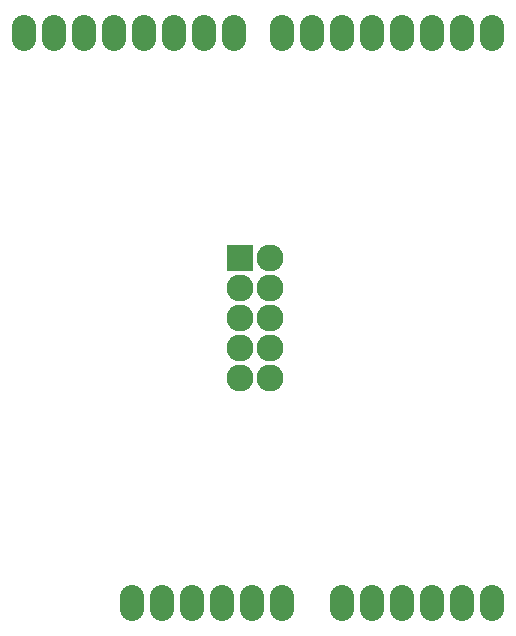
<source format=gbs>
G04 (created by PCBNEW-RS274X (2011-07-19)-testing) date Tue 12 Jun 2012 01:26:16 PM PDT*
G01*
G70*
G90*
%MOIN*%
G04 Gerber Fmt 3.4, Leading zero omitted, Abs format*
%FSLAX34Y34*%
G04 APERTURE LIST*
%ADD10C,0.006000*%
%ADD11O,0.080000X0.120000*%
%ADD12R,0.090000X0.090000*%
%ADD13C,0.090000*%
G04 APERTURE END LIST*
G54D10*
G54D11*
X74651Y-50501D03*
X73651Y-50501D03*
X72651Y-50501D03*
X69651Y-50501D03*
X70651Y-50501D03*
X71651Y-50501D03*
X67651Y-50501D03*
X66651Y-50501D03*
X65651Y-50501D03*
X63651Y-50501D03*
X62651Y-50501D03*
X74651Y-31501D03*
X73651Y-31501D03*
X72651Y-31501D03*
X71651Y-31501D03*
X70651Y-31501D03*
X69651Y-31501D03*
X68651Y-31501D03*
X67651Y-31501D03*
X66051Y-31501D03*
X65051Y-31501D03*
X64051Y-31501D03*
X63051Y-31501D03*
X62051Y-31501D03*
X61051Y-31501D03*
X60051Y-31501D03*
X59051Y-31501D03*
X64651Y-50501D03*
G54D12*
X66250Y-39000D03*
G54D13*
X67250Y-39000D03*
X66250Y-40000D03*
X67250Y-40000D03*
X66250Y-41000D03*
X67250Y-41000D03*
X66250Y-42000D03*
X67250Y-42000D03*
X66250Y-43000D03*
X67250Y-43000D03*
M02*

</source>
